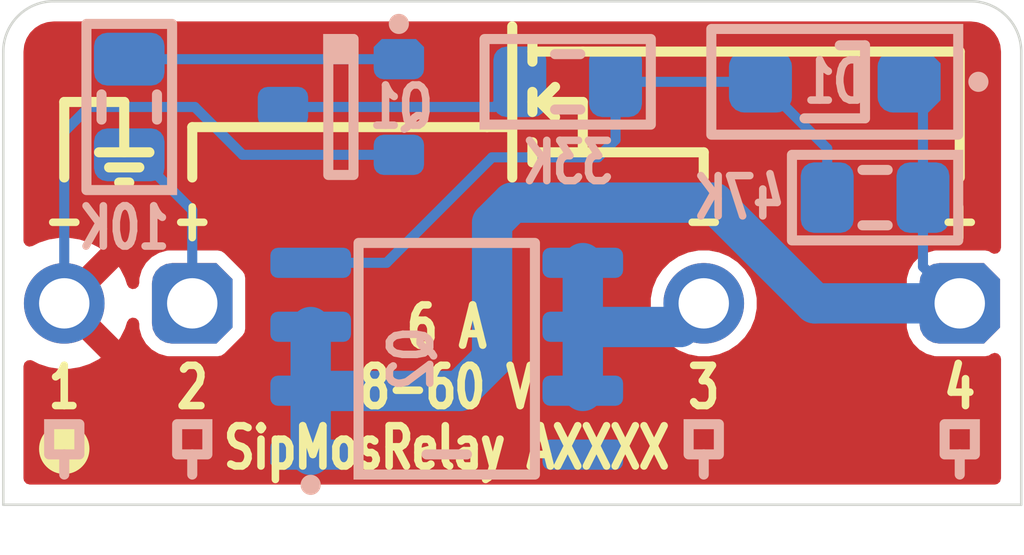
<source format=kicad_pcb>
(kicad_pcb (version 20241229) (generator "pcbnew") (generator_version "9.0")
  (layers (0 "F.Cu" signal) (2 "B.Cu" signal) (13 "F.Paste" user) (15 "B.Paste" user) (5 "F.SilkS" user "F.Silkscreen") (7 "B.SilkS" user "B.Silkscreen") (1 "F.Mask" user) (3 "B.Mask" user) (25 "Edge.Cuts" user))
  (net 0 "")
  (net 1 "OUTPUT")
  (net 2 "INPUT")
  (net 3 "GATE")
  (net 4 "COLLECTOR")
  (net 5 "GND")
  (net 6 "BASE")
  (net 7 "CONTROL")
  (footprint "Medo64:R (0805)" (layer "B.Cu") (at 32.3 18.9 180)
    (property "Reference" "R3" (hide yes))
    (property "Value" "47K" (at 2.7 0 0) (layer "B.SilkS") (effects (font (size 0.8 0.6)) (justify mirror)))
    (fp_line (start -0.25 0.55) (end 0.25 0.55) (stroke (width 0.2)) (layer "B.SilkS"))
    (fp_line (start -0.25 -0.55) (end 0.25 -0.55) (stroke (width 0.2)) (layer "B.SilkS"))
    (fp_rect (start -1.65 0.85) (end 1.65 -0.85) (stroke (width 0.2)) (fill no) (layer "B.SilkS"))
    (pad "1" smd roundrect (at -0.95 0 180) (size 1.05 1.4) (layers "B.Cu" "B.Mask" "B.Paste") (net 2 "INPUT"))
    (pad "2" smd roundrect (at 0.95 0 180) (size 1.05 1.4) (layers "B.Cu" "B.Mask" "B.Paste") (net 3 "GATE"))
  )
  (footprint "Medo64:J Header (3-2w)" (layer "B.Cu") (at 31.44 21 180)
    (property "Reference" "J2" (hide yes))
    (property "Value" "" (hide yes))
    (fp_line (start 2.54 -3) (end 2.54 -3.4) (stroke (width 0.2)) (layer "B.SilkS"))
    (fp_line (start -2.54 -3) (end -2.54 -3.4) (stroke (width 0.2)) (layer "B.SilkS"))
    (fp_rect (start 2.84 -2.4) (end 2.24 -3) (stroke (width 0.2)) (fill no) (layer "B.SilkS"))
    (fp_rect (start -2.84 -2.4) (end -2.24 -3) (stroke (width 0.2)) (fill no) (layer "B.SilkS"))
    (pad "1" thru_hole roundrect (at -2.54 0 180) (size 1.6 1.6) (drill 1) (layers "*.Cu" "*.Mask") (chamfer_ratio 0.2) (chamfer top_left bottom_left) (net 2 "INPUT"))
    (pad "3" thru_hole circle (at 2.54 0 180) (size 1.6 1.6) (drill 1) (layers "*.Cu" "*.Mask") (net 1 "OUTPUT"))
  )
  (footprint "Medo64:Q MOSFET-P (SO-8)" (layer "B.Cu") (at 23.8 22.1)
    (property "Reference" "Q2" (at -0.7 0 90) (layer "B.SilkS") (effects (font (size 0.8 0.6)) (justify mirror)))
    (property "Value" "RS3L110ATTB1" (hide yes))
    (fp_line (start -0.4 1.9) (end 0.4 1.9) (stroke (width 0.2)) (layer "B.SilkS"))
    (fp_rect (start -1.75 2.3) (end 1.75 -2.3) (stroke (width 0.2)) (fill no) (layer "B.SilkS"))
    (fp_circle (center -2.7 2.505) (end -2.55 2.505) (stroke (width 0.1)) (fill yes) (layer "B.SilkS"))
    (pad "1" smd roundrect (at -2.7 1.905) (size 1.6 0.6) (layers "B.Cu" "B.Mask" "B.Paste") (chamfer_ratio 0.2) (chamfer bottom_left bottom_right) (net 2 "INPUT"))
    (pad "2" smd roundrect (at -2.7 0.635) (size 1.6 0.6) (layers "B.Cu" "B.Mask" "B.Paste") (net 2 "INPUT"))
    (pad "3" smd roundrect (at -2.7 -0.635) (size 1.6 0.6) (layers "B.Cu" "B.Mask" "B.Paste") (net 2 "INPUT"))
    (pad "4" smd roundrect (at -2.7 -1.905) (size 1.6 0.6) (layers "B.Cu" "B.Mask" "B.Paste") (net 3 "GATE"))
    (pad "5" smd roundrect (at 2.7 -1.905) (size 1.6 0.6) (layers "B.Cu" "B.Mask" "B.Paste") (net 1 "OUTPUT"))
    (pad "6" smd roundrect (at 2.7 -0.635) (size 1.6 0.6) (layers "B.Cu" "B.Mask" "B.Paste") (net 1 "OUTPUT"))
    (pad "7" smd roundrect (at 2.7 0.635) (size 1.6 0.6) (layers "B.Cu" "B.Mask" "B.Paste") (net 1 "OUTPUT"))
    (pad "8" smd roundrect (at 2.7 1.905) (size 1.6 0.6) (layers "B.Cu" "B.Mask" "B.Paste"))
  )
  (footprint "Medo64:J Header (2w)" (layer "B.Cu") (at 17.48 21 180)
    (property "Reference" "J1" (hide yes))
    (property "Value" "" (hide yes))
    (fp_line (start 1.27 -3) (end 1.27 -3.4) (stroke (width 0.2)) (layer "B.SilkS"))
    (fp_line (start -1.27 -3) (end -1.27 -3.4) (stroke (width 0.2)) (layer "B.SilkS"))
    (fp_rect (start 1.57 -2.4) (end 0.97 -3) (stroke (width 0.2)) (fill no) (layer "B.SilkS"))
    (fp_rect (start -1.57 -2.4) (end -0.97 -3) (stroke (width 0.2)) (fill no) (layer "B.SilkS"))
    (pad "1" thru_hole roundrect (at -1.27 0 180) (size 1.6 1.6) (drill 1) (layers "*.Cu" "*.Mask") (chamfer_ratio 0.2) (chamfer top_left bottom_left) (net 7 "CONTROL"))
    (pad "2" thru_hole circle (at 1.27 0 180) (size 1.6 1.6) (drill 1) (layers "*.Cu" "*.Mask") (net 5 "GND"))
  )
  (footprint "Medo64:D Zener (SOD123FL)" (layer "B.Cu") (at 31.5 16.6 180)
    (property "Reference" "D1" (at 0 0 0) (layer "B.SilkS") (effects (font (size 0.8 0.6) (thickness 0.15) (bold yes)) (justify mirror)))
    (property "Value" "BZT52C12" (hide yes))
    (fp_line (start -0.6 0.725) (end -0.1 0.725) (stroke (width 0.2)) (layer "B.SilkS"))
    (fp_line (start -0.6 0.725) (end -0.6 -0.725) (stroke (width 0.2)) (layer "B.SilkS"))
    (fp_line (start -0.6 -0.725) (end 0.6 -0.725) (stroke (width 0.2)) (layer "B.SilkS"))
    (fp_rect (start -2.45 1.05) (end 2.45 -1.05) (stroke (width 0.2)) (fill no) (layer "B.SilkS"))
    (fp_circle (center -2.85 0) (end -2.7 0) (stroke (width 0.1)) (fill yes) (layer "B.SilkS"))
    (pad "1" smd roundrect (at -1.475 0 180) (size 1.25 1.22) (layers "B.Cu" "B.Mask" "B.Paste") (chamfer_ratio 0.2) (chamfer top_left bottom_left) (net 2 "INPUT"))
    (pad "2" smd roundrect (at 1.475 0 180) (size 1.25 1.22) (layers "B.Cu" "B.Mask" "B.Paste") (net 3 "GATE"))
  )
  (footprint "Medo64:R (0805)" (layer "B.Cu") (at 17.5 17.1 90)
    (property "Reference" "R1" (hide yes))
    (property "Value" "10K" (at -2.4 -0.1 180) (layer "B.SilkS") (effects (font (size 0.8 0.6)) (justify mirror)))
    (fp_line (start -0.25 -0.55) (end 0.25 -0.55) (stroke (width 0.2)) (layer "B.SilkS"))
    (fp_line (start -0.25 0.55) (end 0.25 0.55) (stroke (width 0.2)) (layer "B.SilkS"))
    (fp_rect (start -1.65 0.85) (end 1.65 -0.85) (stroke (width 0.2)) (fill no) (layer "B.SilkS"))
    (pad "1" smd roundrect (at -0.95 0 90) (size 1.05 1.4) (layers "B.Cu" "B.Mask" "B.Paste") (net 7 "CONTROL"))
    (pad "2" smd roundrect (at 0.95 0 90) (size 1.05 1.4) (layers "B.Cu" "B.Mask" "B.Paste") (net 6 "BASE"))
  )
  (footprint "Medo64:R (0805)" (layer "B.Cu") (at 26.2 16.6)
    (property "Reference" "R2" (hide yes))
    (property "Value" "33K" (at 0 1.6 0) (layer "B.SilkS") (effects (font (size 0.8 0.6)) (justify mirror)))
    (fp_line (start -0.25 -0.55) (end 0.25 -0.55) (stroke (width 0.2)) (layer "B.SilkS"))
    (fp_line (start -0.25 0.55) (end 0.25 0.55) (stroke (width 0.2)) (layer "B.SilkS"))
    (fp_rect (start -1.65 0.85) (end 1.65 -0.85) (stroke (width 0.2)) (fill no) (layer "B.SilkS"))
    (pad "1" smd roundrect (at -0.95 0) (size 1.05 1.4) (layers "B.Cu" "B.Mask" "B.Paste") (net 4 "COLLECTOR"))
    (pad "2" smd roundrect (at 0.95 0) (size 1.05 1.4) (layers "B.Cu" "B.Mask" "B.Paste") (net 3 "GATE"))
  )
  (footprint "Medo64:Q Transistor NPN (SOT23-3)" (layer "B.Cu") (at 21.7 17.1 -90)
    (property "Reference" "Q1" (at 0 -1.2 0) (layer "B.SilkS") (effects (font (size 0.8 0.6)) (justify mirror)))
    (property "Value" "BC846B,235" (hide yes))
    (fp_rect (start -1.35 0.25) (end -0.95 -0.25) (stroke (width 0.2)) (fill yes) (layer "B.SilkS"))
    (fp_rect (start -1.35 0.25) (end 1.35 -0.25) (stroke (width 0.2)) (fill no) (layer "B.SilkS"))
    (fp_circle (center -1.65 -1.15) (end -1.5 -1.15) (stroke (width 0.1)) (fill yes) (layer "B.SilkS"))
    (pad "1" smd roundrect (at -0.95 -1.15 270) (size 0.8 1) (layers "B.Cu" "B.Mask" "B.Paste") (chamfer_ratio 0.2) (chamfer top_left bottom_left) (net 6 "BASE"))
    (pad "2" smd roundrect (at 0.95 -1.15 270) (size 0.8 1) (layers "B.Cu" "B.Mask" "B.Paste") (net 5 "GND"))
    (pad "3" smd roundrect (at 0 1.15 270) (size 0.8 1) (layers "B.Cu" "B.Mask" "B.Paste") (net 4 "COLLECTOR"))
  )
  (gr_line (start 17.4 17) (end 16.21 17) (stroke (width 0.2)) (layer "F.SilkS"))
  (gr_line (start 25.65 17) (end 25.95 16.7) (stroke (width 0.2)) (layer "F.SilkS"))
  (gr_line (start 16.21 17) (end 16.21 18.5) (stroke (width 0.2)) (layer "F.SilkS"))
  (gr_line (start 17.9 18) (end 16.9 18) (stroke (width 0.2)) (layer "F.SilkS"))
  (gr_line (start 17.7 18.3) (end 17.1 18.3) (stroke (width 0.2)) (layer "F.SilkS"))
  (gr_line (start 17.5 18.6) (end 17.3 18.6) (stroke (width 0.2)) (layer "F.SilkS"))
  (gr_line (start 25.1 15.5) (end 25.1 18.5) (stroke (width 0.2)) (layer "F.SilkS"))
  (gr_line (start 25.5 18) (end 26.5 18) (stroke (width 0.2)) (layer "F.SilkS"))
  (gr_line (start 18.75 17.5) (end 24.6 17.5) (stroke (width 0.2)) (layer "F.SilkS"))
  (gr_line (start 25.5 15.8) (end 25.5 16.2) (stroke (width 0.2)) (layer "F.SilkS"))
  (gr_line (start 25.5 17.8) (end 25.5 18.2) (stroke (width 0.2)) (layer "F.SilkS"))
  (gr_line (start 25.65 17) (end 25.95 17.3) (stroke (width 0.2)) (layer "F.SilkS"))
  (gr_line (start 25.5 17) (end 26.5 17) (stroke (width 0.2)) (layer "F.SilkS"))
  (gr_line (start 17.4 18) (end 17.4 17) (stroke (width 0.2)) (layer "F.SilkS"))
  (gr_line (start 28.9 18) (end 28.9 18.5) (stroke (width 0.2)) (layer "F.SilkS"))
  (gr_line (start 26.5 18) (end 28.9 18) (stroke (width 0.2)) (layer "F.SilkS"))
  (gr_line (start 26.5 17) (end 26.5 18) (stroke (width 0.2)) (layer "F.SilkS"))
  (gr_line (start 25.5 16.8) (end 25.5 17.2) (stroke (width 0.2)) (layer "F.SilkS"))
  (gr_line (start 18.75 17.5) (end 18.75 18.5) (stroke (width 0.2)) (layer "F.SilkS"))
  (gr_line (start 33.98 16) (end 33.98 18.5) (stroke (width 0.2)) (layer "F.SilkS"))
  (gr_line (start 26.5 16) (end 33.98 16) (stroke (width 0.2)) (layer "F.SilkS"))
  (gr_circle (center 16.21 23.89) (end 16.61 23.89) (stroke (width 0.2)) (fill yes) (layer "F.SilkS"))
  (gr_line (start 24.6 17.5) (end 25.1 17.5) (stroke (width 0.2)) (layer "F.SilkS"))
  (gr_line (start 25.5 16) (end 26.5 16) (stroke (width 0.2)) (layer "F.SilkS"))
  (gr_line (start 35.2 16) (end 35.2 25) (stroke (width 0.05)) (layer "Edge.Cuts"))
  (gr_line (start 15 16) (end 15 25) (stroke (width 0.05)) (layer "Edge.Cuts"))
  (gr_arc (start 15 16) (mid 15.292893 15.292893) (end 16 15) (stroke (width 0.05)) (layer "Edge.Cuts"))
  (gr_arc (start 34.2 15) (mid 34.907107 15.292893) (end 35.2 16) (stroke (width 0.05)) (layer "Edge.Cuts"))
  (gr_line (start 16 15) (end 34.2 15) (stroke (width 0.05)) (layer "Edge.Cuts"))
  (gr_line (start 15 25) (end 35.2 25) (stroke (width 0.05)) (layer "Edge.Cuts"))
  (gr_text "-" (at 28.9 19.8 0) (layer "F.SilkS") (effects (font (size 0.8 0.6) (thickness 0.15) (bold yes)) (justify bottom)))
  (gr_text "4" (at 33.98 22.2 0) (layer "F.SilkS") (effects (font (size 0.8 0.6) (thickness 0.15) (bold yes)) (justify top)))
  (gr_text "2" (at 18.75 22.2 0) (layer "F.SilkS") (effects (font (size 0.8 0.6) (thickness 0.15) (bold yes)) (justify top)))
  (gr_text "3" (at 28.9 22.2 0) (layer "F.SilkS") (effects (font (size 0.8 0.6) (thickness 0.15) (bold yes)) (justify top)))
  (gr_text "+" (at 33.98 19.8 0) (layer "F.SilkS") (effects (font (size 0.8 0.6) (thickness 0.15) (bold yes)) (justify bottom)))
  (gr_text "1" (at 16.21 22.2 0) (layer "F.SilkS") (effects (font (size 0.8 0.6) (thickness 0.15) (bold yes)) (justify top)))
  (gr_text "8-60 V" (at 23.8 22.2 0) (layer "F.SilkS") (effects (font (size 0.8 0.6) (thickness 0.15) (bold yes)) (justify top)))
  (gr_text "6 A" (at 23.8 21 0) (layer "F.SilkS") (effects (font (size 0.8 0.6) (thickness 0.15) (bold yes)) (justify top)))
  (gr_text "-" (at 16.21 19.8 0) (layer "F.SilkS") (effects (font (size 0.8 0.6) (thickness 0.15) (bold yes)) (justify bottom)))
  (gr_text "SipMosRelay AXXXX" (at 23.8 23.4 0) (layer "F.SilkS") (effects (font (size 0.8 0.6) (thickness 0.15) (bold yes)) (justify top)))
  (gr_text "+" (at 18.75 19.8 0) (layer "F.SilkS") (effects (font (size 0.8 0.6) (thickness 0.15) (bold yes)) (justify bottom)))
  (segment (start 26.5 21.47) (end 28.43 21.47) (width 0.8) (layer "B.Cu") (net 1))
  (segment (start 26.5 22.74) (end 26.5 21.47) (width 0.8) (layer "B.Cu") (net 1))
  (segment (start 26.5 21.47) (end 26.5 20.2) (width 0.8) (layer "B.Cu") (net 1))
  (segment (start 28.43 21.47) (end 28.9 21) (width 0.8) (layer "B.Cu") (net 1))
  (segment (start 24.7 19.4) (end 25.1 19) (width 0.8) (layer "B.Cu") (net 2))
  (segment (start 33.25 18.9) (end 33.25 20.27) (width 0.2) (layer "B.Cu") (net 2))
  (segment (start 24.7 22.1) (end 24.7 19.4) (width 0.8) (layer "B.Cu") (net 2))
  (segment (start 25.1 19) (end 29.1 19) (width 0.8) (layer "B.Cu") (net 2))
  (segment (start 24.06 22.74) (end 24.7 22.1) (width 0.8) (layer "B.Cu") (net 2))
  (segment (start 33.25 18.9) (end 33.25 16.875) (width 0.2) (layer "B.Cu") (net 2))
  (segment (start 21.1 22.74) (end 24.06 22.74) (width 0.8) (layer "B.Cu") (net 2))
  (segment (start 33.25 20.27) (end 33.98 21) (width 0.2) (layer "B.Cu") (net 2))
  (segment (start 31.1 21) (end 33.98 21) (width 0.8) (layer "B.Cu") (net 2))
  (segment (start 29.1 19) (end 31.1 21) (width 0.8) (layer "B.Cu") (net 2))
  (segment (start 21.1 22.74) (end 21.1 21.47) (width 0.8) (layer "B.Cu") (net 2))
  (segment (start 21.1 24.01) (end 21.1 22.74) (width 0.8) (layer "B.Cu") (net 2))
  (segment (start 26.8 18.1) (end 27.15 17.75) (width 0.2) (layer "B.Cu") (net 3))
  (segment (start 31.35 18.9) (end 31.35 17.925) (width 0.2) (layer "B.Cu") (net 3))
  (segment (start 24.7 18.1) (end 26.8 18.1) (width 0.2) (layer "B.Cu") (net 3))
  (segment (start 27.15 17.75) (end 27.15 16.6) (width 0.2) (layer "B.Cu") (net 3))
  (segment (start 27.15 16.6) (end 30.025 16.6) (width 0.2) (layer "B.Cu") (net 3))
  (segment (start 31.35 17.925) (end 30.025 16.6) (width 0.2) (layer "B.Cu") (net 3))
  (segment (start 21.1 20.195) (end 22.605 20.195) (width 0.2) (layer "B.Cu") (net 3))
  (segment (start 22.605 20.195) (end 24.7 18.1) (width 0.2) (layer "B.Cu") (net 3))
  (segment (start 20.55 17.1) (end 24.75 17.1) (width 0.2) (layer "B.Cu") (net 4))
  (segment (start 24.75 17.1) (end 25.25 16.6) (width 0.2) (layer "B.Cu") (net 4))
  (segment (start 18.8 17.1) (end 19.75 18.05) (width 0.2) (layer "B.Cu") (net 5))
  (segment (start 16.21 17.59) (end 16.7 17.1) (width 0.2) (layer "B.Cu") (net 5))
  (segment (start 19.75 18.05) (end 22.85 18.05) (width 0.2) (layer "B.Cu") (net 5))
  (segment (start 16.7 17.1) (end 18.8 17.1) (width 0.2) (layer "B.Cu") (net 5))
  (segment (start 16.21 21) (end 16.21 17.59) (width 0.2) (layer "B.Cu") (net 5))
  (segment (start 22.85 16.15) (end 17.5 16.15) (width 0.2) (layer "B.Cu") (net 6))
  (segment (start 18.75 19.15) (end 17.65 18.05) (width 0.2) (layer "B.Cu") (net 7))
  (segment (start 18.75 21) (end 18.75 19.15) (width 0.2) (layer "B.Cu") (net 7))
  (zone (net 5) (net_name "GND") (layer "F.Cu") (connect_pads (clearance 0.25)) (min_thickness 0.25) (fill yes (thermal_gap 0.5) (thermal_bridge_width 0.5))
    (polygon (pts (xy 15.1 25) (xy 35.1 25) (xy 35.1 15) (xy 15.1 15)))
  )
)
</source>
